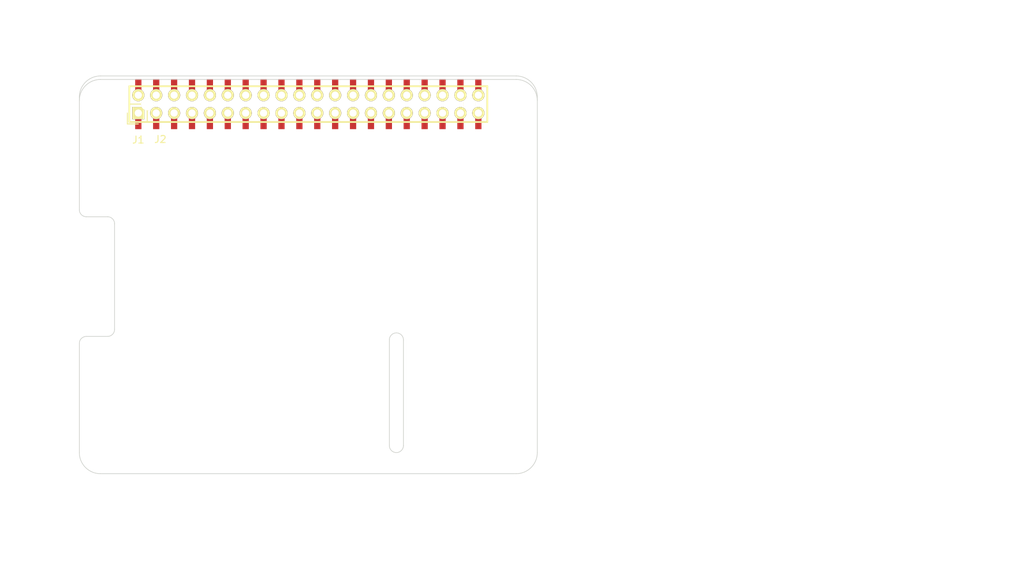
<source format=kicad_pcb>
(kicad_pcb (version 4) (host pcbnew "(2015-03-15 BZR 5517)-product")

  (general
    (links 0)
    (no_connects 0)
    (area -10.496428 -10.7 134.00357 69.25)
    (thickness 1.6)
    (drawings 40)
    (tracks 0)
    (zones 0)
    (modules 6)
    (nets 81)
  )

  (page A4)
  (layers
    (0 F.Cu signal)
    (31 B.Cu signal)
    (32 B.Adhes user)
    (33 F.Adhes user)
    (34 B.Paste user)
    (35 F.Paste user)
    (36 B.SilkS user)
    (37 F.SilkS user)
    (38 B.Mask user)
    (39 F.Mask user)
    (40 Dwgs.User user)
    (41 Cmts.User user)
    (42 Eco1.User user)
    (43 Eco2.User user)
    (44 Edge.Cuts user)
    (45 Margin user)
    (46 B.CrtYd user)
    (47 F.CrtYd user)
    (48 B.Fab user)
    (49 F.Fab user)
  )

  (setup
    (last_trace_width 0.25)
    (user_trace_width 0.01)
    (user_trace_width 0.02)
    (user_trace_width 0.05)
    (user_trace_width 0.1)
    (user_trace_width 0.2)
    (trace_clearance 0.2)
    (zone_clearance 0.508)
    (zone_45_only no)
    (trace_min 0.01)
    (segment_width 0.2)
    (edge_width 0.1)
    (via_size 0.6)
    (via_drill 0.4)
    (via_min_size 0.4)
    (via_min_drill 0.3)
    (uvia_size 0.3)
    (uvia_drill 0.1)
    (uvias_allowed no)
    (uvia_min_size 0.2)
    (uvia_min_drill 0.1)
    (pcb_text_width 0.3)
    (pcb_text_size 1.5 1.5)
    (mod_edge_width 0.15)
    (mod_text_size 1 1)
    (mod_text_width 0.15)
    (pad_size 2.75 2.75)
    (pad_drill 2.75)
    (pad_to_mask_clearance 0)
    (aux_axis_origin 0 0)
    (visible_elements 7FFEFFFF)
    (pcbplotparams
      (layerselection 0x00030_80000001)
      (usegerberextensions false)
      (excludeedgelayer true)
      (linewidth 0.100000)
      (plotframeref false)
      (viasonmask false)
      (mode 1)
      (useauxorigin false)
      (hpglpennumber 1)
      (hpglpenspeed 20)
      (hpglpendiameter 15)
      (hpglpenoverlay 2)
      (psnegative false)
      (psa4output false)
      (plotreference true)
      (plotvalue true)
      (plotinvisibletext false)
      (padsonsilk false)
      (subtractmaskfromsilk false)
      (outputformat 1)
      (mirror false)
      (drillshape 0)
      (scaleselection 1)
      (outputdirectory meta/))
  )

  (net 0 "")
  (net 1 "Net-(J1-Pad34)")
  (net 2 "Net-(J1-Pad36)")
  (net 3 "Net-(J1-Pad40)")
  (net 4 "Net-(J1-Pad38)")
  (net 5 "Net-(J1-Pad18)")
  (net 6 "Net-(J1-Pad20)")
  (net 7 "Net-(J1-Pad24)")
  (net 8 "Net-(J1-Pad22)")
  (net 9 "Net-(J1-Pad30)")
  (net 10 "Net-(J1-Pad32)")
  (net 11 "Net-(J1-Pad28)")
  (net 12 "Net-(J1-Pad26)")
  (net 13 "Net-(J1-Pad10)")
  (net 14 "Net-(J1-Pad12)")
  (net 15 "Net-(J1-Pad16)")
  (net 16 "Net-(J1-Pad14)")
  (net 17 "Net-(J1-Pad6)")
  (net 18 "Net-(J1-Pad8)")
  (net 19 "Net-(J1-Pad4)")
  (net 20 "Net-(J1-Pad2)")
  (net 21 "Net-(J1-Pad39)")
  (net 22 "Net-(J1-Pad37)")
  (net 23 "Net-(J1-Pad33)")
  (net 24 "Net-(J1-Pad35)")
  (net 25 "Net-(J1-Pad27)")
  (net 26 "Net-(J1-Pad25)")
  (net 27 "Net-(J1-Pad29)")
  (net 28 "Net-(J1-Pad31)")
  (net 29 "Net-(J1-Pad23)")
  (net 30 "Net-(J1-Pad21)")
  (net 31 "Net-(J1-Pad17)")
  (net 32 "Net-(J1-Pad19)")
  (net 33 "Net-(J1-Pad3)")
  (net 34 "Net-(J1-Pad1)")
  (net 35 "Net-(J1-Pad5)")
  (net 36 "Net-(J1-Pad7)")
  (net 37 "Net-(J1-Pad15)")
  (net 38 "Net-(J1-Pad13)")
  (net 39 "Net-(J1-Pad9)")
  (net 40 "Net-(J1-Pad11)")
  (net 41 "Net-(J2-Pad1)")
  (net 42 "Net-(J2-Pad2)")
  (net 43 "Net-(J2-Pad3)")
  (net 44 "Net-(J2-Pad4)")
  (net 45 "Net-(J2-Pad5)")
  (net 46 "Net-(J2-Pad6)")
  (net 47 "Net-(J2-Pad7)")
  (net 48 "Net-(J2-Pad8)")
  (net 49 "Net-(J2-Pad9)")
  (net 50 "Net-(J2-Pad10)")
  (net 51 "Net-(J2-Pad11)")
  (net 52 "Net-(J2-Pad12)")
  (net 53 "Net-(J2-Pad13)")
  (net 54 "Net-(J2-Pad14)")
  (net 55 "Net-(J2-Pad15)")
  (net 56 "Net-(J2-Pad16)")
  (net 57 "Net-(J2-Pad17)")
  (net 58 "Net-(J2-Pad18)")
  (net 59 "Net-(J2-Pad19)")
  (net 60 "Net-(J2-Pad20)")
  (net 61 "Net-(J2-Pad21)")
  (net 62 "Net-(J2-Pad22)")
  (net 63 "Net-(J2-Pad23)")
  (net 64 "Net-(J2-Pad24)")
  (net 65 "Net-(J2-Pad25)")
  (net 66 "Net-(J2-Pad26)")
  (net 67 "Net-(J2-Pad27)")
  (net 68 "Net-(J2-Pad28)")
  (net 69 "Net-(J2-Pad29)")
  (net 70 "Net-(J2-Pad30)")
  (net 71 "Net-(J2-Pad31)")
  (net 72 "Net-(J2-Pad32)")
  (net 73 "Net-(J2-Pad33)")
  (net 74 "Net-(J2-Pad34)")
  (net 75 "Net-(J2-Pad35)")
  (net 76 "Net-(J2-Pad36)")
  (net 77 "Net-(J2-Pad37)")
  (net 78 "Net-(J2-Pad38)")
  (net 79 "Net-(J2-Pad39)")
  (net 80 "Net-(J2-Pad40)")

  (net_class Default "This is the default net class."
    (clearance 0.2)
    (trace_width 0.25)
    (via_dia 0.6)
    (via_drill 0.4)
    (uvia_dia 0.3)
    (uvia_drill 0.1)
    (add_net "Net-(J1-Pad1)")
    (add_net "Net-(J1-Pad10)")
    (add_net "Net-(J1-Pad11)")
    (add_net "Net-(J1-Pad12)")
    (add_net "Net-(J1-Pad13)")
    (add_net "Net-(J1-Pad14)")
    (add_net "Net-(J1-Pad15)")
    (add_net "Net-(J1-Pad16)")
    (add_net "Net-(J1-Pad17)")
    (add_net "Net-(J1-Pad18)")
    (add_net "Net-(J1-Pad19)")
    (add_net "Net-(J1-Pad2)")
    (add_net "Net-(J1-Pad20)")
    (add_net "Net-(J1-Pad21)")
    (add_net "Net-(J1-Pad22)")
    (add_net "Net-(J1-Pad23)")
    (add_net "Net-(J1-Pad24)")
    (add_net "Net-(J1-Pad25)")
    (add_net "Net-(J1-Pad26)")
    (add_net "Net-(J1-Pad27)")
    (add_net "Net-(J1-Pad28)")
    (add_net "Net-(J1-Pad29)")
    (add_net "Net-(J1-Pad3)")
    (add_net "Net-(J1-Pad30)")
    (add_net "Net-(J1-Pad31)")
    (add_net "Net-(J1-Pad32)")
    (add_net "Net-(J1-Pad33)")
    (add_net "Net-(J1-Pad34)")
    (add_net "Net-(J1-Pad35)")
    (add_net "Net-(J1-Pad36)")
    (add_net "Net-(J1-Pad37)")
    (add_net "Net-(J1-Pad38)")
    (add_net "Net-(J1-Pad39)")
    (add_net "Net-(J1-Pad4)")
    (add_net "Net-(J1-Pad40)")
    (add_net "Net-(J1-Pad5)")
    (add_net "Net-(J1-Pad6)")
    (add_net "Net-(J1-Pad7)")
    (add_net "Net-(J1-Pad8)")
    (add_net "Net-(J1-Pad9)")
    (add_net "Net-(J2-Pad1)")
    (add_net "Net-(J2-Pad10)")
    (add_net "Net-(J2-Pad11)")
    (add_net "Net-(J2-Pad12)")
    (add_net "Net-(J2-Pad13)")
    (add_net "Net-(J2-Pad14)")
    (add_net "Net-(J2-Pad15)")
    (add_net "Net-(J2-Pad16)")
    (add_net "Net-(J2-Pad17)")
    (add_net "Net-(J2-Pad18)")
    (add_net "Net-(J2-Pad19)")
    (add_net "Net-(J2-Pad2)")
    (add_net "Net-(J2-Pad20)")
    (add_net "Net-(J2-Pad21)")
    (add_net "Net-(J2-Pad22)")
    (add_net "Net-(J2-Pad23)")
    (add_net "Net-(J2-Pad24)")
    (add_net "Net-(J2-Pad25)")
    (add_net "Net-(J2-Pad26)")
    (add_net "Net-(J2-Pad27)")
    (add_net "Net-(J2-Pad28)")
    (add_net "Net-(J2-Pad29)")
    (add_net "Net-(J2-Pad3)")
    (add_net "Net-(J2-Pad30)")
    (add_net "Net-(J2-Pad31)")
    (add_net "Net-(J2-Pad32)")
    (add_net "Net-(J2-Pad33)")
    (add_net "Net-(J2-Pad34)")
    (add_net "Net-(J2-Pad35)")
    (add_net "Net-(J2-Pad36)")
    (add_net "Net-(J2-Pad37)")
    (add_net "Net-(J2-Pad38)")
    (add_net "Net-(J2-Pad39)")
    (add_net "Net-(J2-Pad4)")
    (add_net "Net-(J2-Pad40)")
    (add_net "Net-(J2-Pad5)")
    (add_net "Net-(J2-Pad6)")
    (add_net "Net-(J2-Pad7)")
    (add_net "Net-(J2-Pad8)")
    (add_net "Net-(J2-Pad9)")
  )

  (module Pin_Headers:Pin_Header_Straight_2x20 locked (layer F.Cu) (tedit 5516B002) (tstamp 5516AEA0)
    (at 32.5 4 90)
    (descr "Through hole pin header")
    (tags "pin header")
    (path /5515D395/5516AE26)
    (fp_text reference J2 (at -5 -21 180) (layer F.SilkS)
      (effects (font (size 1 1) (thickness 0.15)))
    )
    (fp_text value RPi_GPIO (at -1.27 -27.23 90) (layer F.Fab)
      (effects (font (size 1 1) (thickness 0.15)))
    )
    (fp_line (start -3.02 -25.88) (end -3.02 25.92) (layer F.CrtYd) (width 0.05))
    (fp_line (start 3.03 -25.88) (end 3.03 25.92) (layer F.CrtYd) (width 0.05))
    (fp_line (start -3.02 -25.88) (end 3.03 -25.88) (layer F.CrtYd) (width 0.05))
    (fp_line (start -3.02 25.92) (end 3.03 25.92) (layer F.CrtYd) (width 0.05))
    (fp_line (start 2.54 25.4) (end 2.54 -25.4) (layer F.SilkS) (width 0.15))
    (fp_line (start -2.54 -22.86) (end -2.54 25.4) (layer F.SilkS) (width 0.15))
    (fp_line (start 2.54 25.4) (end -2.54 25.4) (layer F.SilkS) (width 0.15))
    (fp_line (start 2.54 -25.4) (end 0 -25.4) (layer F.SilkS) (width 0.15))
    (fp_line (start -1.27 -25.68) (end -2.82 -25.68) (layer F.SilkS) (width 0.15))
    (fp_line (start 0 -25.4) (end 0 -22.86) (layer F.SilkS) (width 0.15))
    (fp_line (start 0 -22.86) (end -2.54 -22.86) (layer F.SilkS) (width 0.15))
    (fp_line (start -2.82 -25.68) (end -2.82 -24.13) (layer F.SilkS) (width 0.15))
    (pad 1 thru_hole rect (at -1.27 -24.13 90) (size 1.7272 1.7272) (drill 1.016) (layers *.Cu *.Mask F.SilkS)
      (net 41 "Net-(J2-Pad1)"))
    (pad 2 thru_hole oval (at 1.27 -24.13 90) (size 1.7272 1.7272) (drill 1.016) (layers *.Cu *.Mask F.SilkS)
      (net 42 "Net-(J2-Pad2)"))
    (pad 3 thru_hole oval (at -1.27 -21.59 90) (size 1.7272 1.7272) (drill 1.016) (layers *.Cu *.Mask F.SilkS)
      (net 43 "Net-(J2-Pad3)"))
    (pad 4 thru_hole oval (at 1.27 -21.59 90) (size 1.7272 1.7272) (drill 1.016) (layers *.Cu *.Mask F.SilkS)
      (net 44 "Net-(J2-Pad4)"))
    (pad 5 thru_hole oval (at -1.27 -19.05 90) (size 1.7272 1.7272) (drill 1.016) (layers *.Cu *.Mask F.SilkS)
      (net 45 "Net-(J2-Pad5)"))
    (pad 6 thru_hole oval (at 1.27 -19.05 90) (size 1.7272 1.7272) (drill 1.016) (layers *.Cu *.Mask F.SilkS)
      (net 46 "Net-(J2-Pad6)"))
    (pad 7 thru_hole oval (at -1.27 -16.51 90) (size 1.7272 1.7272) (drill 1.016) (layers *.Cu *.Mask F.SilkS)
      (net 47 "Net-(J2-Pad7)"))
    (pad 8 thru_hole oval (at 1.27 -16.51 90) (size 1.7272 1.7272) (drill 1.016) (layers *.Cu *.Mask F.SilkS)
      (net 48 "Net-(J2-Pad8)"))
    (pad 9 thru_hole oval (at -1.27 -13.97 90) (size 1.7272 1.7272) (drill 1.016) (layers *.Cu *.Mask F.SilkS)
      (net 49 "Net-(J2-Pad9)"))
    (pad 10 thru_hole oval (at 1.27 -13.97 90) (size 1.7272 1.7272) (drill 1.016) (layers *.Cu *.Mask F.SilkS)
      (net 50 "Net-(J2-Pad10)"))
    (pad 11 thru_hole oval (at -1.27 -11.43 90) (size 1.7272 1.7272) (drill 1.016) (layers *.Cu *.Mask F.SilkS)
      (net 51 "Net-(J2-Pad11)"))
    (pad 12 thru_hole oval (at 1.27 -11.43 90) (size 1.7272 1.7272) (drill 1.016) (layers *.Cu *.Mask F.SilkS)
      (net 52 "Net-(J2-Pad12)"))
    (pad 13 thru_hole oval (at -1.27 -8.89 90) (size 1.7272 1.7272) (drill 1.016) (layers *.Cu *.Mask F.SilkS)
      (net 53 "Net-(J2-Pad13)"))
    (pad 14 thru_hole oval (at 1.27 -8.89 90) (size 1.7272 1.7272) (drill 1.016) (layers *.Cu *.Mask F.SilkS)
      (net 54 "Net-(J2-Pad14)"))
    (pad 15 thru_hole oval (at -1.27 -6.35 90) (size 1.7272 1.7272) (drill 1.016) (layers *.Cu *.Mask F.SilkS)
      (net 55 "Net-(J2-Pad15)"))
    (pad 16 thru_hole oval (at 1.27 -6.35 90) (size 1.7272 1.7272) (drill 1.016) (layers *.Cu *.Mask F.SilkS)
      (net 56 "Net-(J2-Pad16)"))
    (pad 17 thru_hole oval (at -1.27 -3.81 90) (size 1.7272 1.7272) (drill 1.016) (layers *.Cu *.Mask F.SilkS)
      (net 57 "Net-(J2-Pad17)"))
    (pad 18 thru_hole oval (at 1.27 -3.81 90) (size 1.7272 1.7272) (drill 1.016) (layers *.Cu *.Mask F.SilkS)
      (net 58 "Net-(J2-Pad18)"))
    (pad 19 thru_hole oval (at -1.27 -1.27 90) (size 1.7272 1.7272) (drill 1.016) (layers *.Cu *.Mask F.SilkS)
      (net 59 "Net-(J2-Pad19)"))
    (pad 20 thru_hole oval (at 1.27 -1.27 90) (size 1.7272 1.7272) (drill 1.016) (layers *.Cu *.Mask F.SilkS)
      (net 60 "Net-(J2-Pad20)"))
    (pad 21 thru_hole oval (at -1.27 1.27 90) (size 1.7272 1.7272) (drill 1.016) (layers *.Cu *.Mask F.SilkS)
      (net 61 "Net-(J2-Pad21)"))
    (pad 22 thru_hole oval (at 1.27 1.27 90) (size 1.7272 1.7272) (drill 1.016) (layers *.Cu *.Mask F.SilkS)
      (net 62 "Net-(J2-Pad22)"))
    (pad 23 thru_hole oval (at -1.27 3.81 90) (size 1.7272 1.7272) (drill 1.016) (layers *.Cu *.Mask F.SilkS)
      (net 63 "Net-(J2-Pad23)"))
    (pad 24 thru_hole oval (at 1.27 3.81 90) (size 1.7272 1.7272) (drill 1.016) (layers *.Cu *.Mask F.SilkS)
      (net 64 "Net-(J2-Pad24)"))
    (pad 25 thru_hole oval (at -1.27 6.35 90) (size 1.7272 1.7272) (drill 1.016) (layers *.Cu *.Mask F.SilkS)
      (net 65 "Net-(J2-Pad25)"))
    (pad 26 thru_hole oval (at 1.27 6.35 90) (size 1.7272 1.7272) (drill 1.016) (layers *.Cu *.Mask F.SilkS)
      (net 66 "Net-(J2-Pad26)"))
    (pad 27 thru_hole oval (at -1.27 8.89 90) (size 1.7272 1.7272) (drill 1.016) (layers *.Cu *.Mask F.SilkS)
      (net 67 "Net-(J2-Pad27)"))
    (pad 28 thru_hole oval (at 1.27 8.89 90) (size 1.7272 1.7272) (drill 1.016) (layers *.Cu *.Mask F.SilkS)
      (net 68 "Net-(J2-Pad28)"))
    (pad 29 thru_hole oval (at -1.27 11.43 90) (size 1.7272 1.7272) (drill 1.016) (layers *.Cu *.Mask F.SilkS)
      (net 69 "Net-(J2-Pad29)"))
    (pad 30 thru_hole oval (at 1.27 11.43 90) (size 1.7272 1.7272) (drill 1.016) (layers *.Cu *.Mask F.SilkS)
      (net 70 "Net-(J2-Pad30)"))
    (pad 31 thru_hole oval (at -1.27 13.97 90) (size 1.7272 1.7272) (drill 1.016) (layers *.Cu *.Mask F.SilkS)
      (net 71 "Net-(J2-Pad31)"))
    (pad 32 thru_hole oval (at 1.27 13.97 90) (size 1.7272 1.7272) (drill 1.016) (layers *.Cu *.Mask F.SilkS)
      (net 72 "Net-(J2-Pad32)"))
    (pad 33 thru_hole oval (at -1.27 16.51 90) (size 1.7272 1.7272) (drill 1.016) (layers *.Cu *.Mask F.SilkS)
      (net 73 "Net-(J2-Pad33)"))
    (pad 34 thru_hole oval (at 1.27 16.51 90) (size 1.7272 1.7272) (drill 1.016) (layers *.Cu *.Mask F.SilkS)
      (net 74 "Net-(J2-Pad34)"))
    (pad 35 thru_hole oval (at -1.27 19.05 90) (size 1.7272 1.7272) (drill 1.016) (layers *.Cu *.Mask F.SilkS)
      (net 75 "Net-(J2-Pad35)"))
    (pad 36 thru_hole oval (at 1.27 19.05 90) (size 1.7272 1.7272) (drill 1.016) (layers *.Cu *.Mask F.SilkS)
      (net 76 "Net-(J2-Pad36)"))
    (pad 37 thru_hole oval (at -1.27 21.59 90) (size 1.7272 1.7272) (drill 1.016) (layers *.Cu *.Mask F.SilkS)
      (net 77 "Net-(J2-Pad37)"))
    (pad 38 thru_hole oval (at 1.27 21.59 90) (size 1.7272 1.7272) (drill 1.016) (layers *.Cu *.Mask F.SilkS)
      (net 78 "Net-(J2-Pad38)"))
    (pad 39 thru_hole oval (at -1.27 24.13 90) (size 1.7272 1.7272) (drill 1.016) (layers *.Cu *.Mask F.SilkS)
      (net 79 "Net-(J2-Pad39)"))
    (pad 40 thru_hole oval (at 1.27 24.13 90) (size 1.7272 1.7272) (drill 1.016) (layers *.Cu *.Mask F.SilkS)
      (net 80 "Net-(J2-Pad40)"))
    (model Pin_Headers.3dshapes/Pin_Header_Straight_2x20.wrl
      (at (xyz 0.05 -0.95 0))
      (scale (xyz 1 1 1))
      (rotate (xyz 0 0 90))
    )
  )

  (module XESS:Samtec_HLE-120-02-XXX-DV-BE-XX-XX locked (layer F.Cu) (tedit 5515B62B) (tstamp 55174A29)
    (at 32.5 4)
    (path /5515D395/5515D39E)
    (fp_text reference J1 (at -24.13 5.08) (layer F.SilkS)
      (effects (font (size 1 1) (thickness 0.15)))
    )
    (fp_text value RPi_GPIO (at 0 -5.08) (layer F.Fab)
      (effects (font (size 1 1) (thickness 0.15)))
    )
    (fp_line (start 25.4 -2.54) (end 25.4 2.54) (layer F.SilkS) (width 0.254))
    (fp_line (start 25.4 2.54) (end -25.4 2.54) (layer F.SilkS) (width 0.254))
    (fp_line (start -25.4 2.54) (end -25.4 -2.54) (layer F.SilkS) (width 0.254))
    (fp_line (start -25.4 -2.54) (end 25.4 -2.54) (layer F.SilkS) (width 0.254))
    (pad 34 smd rect (at 16.51 -2.7178 180) (size 0.889 1.6764) (layers F.Cu F.Paste F.Mask)
      (net 1 "Net-(J1-Pad34)"))
    (pad 36 smd rect (at 19.05 -2.7178 180) (size 0.889 1.6764) (layers F.Cu F.Paste F.Mask)
      (net 2 "Net-(J1-Pad36)"))
    (pad 40 smd rect (at 24.13 -2.7178 180) (size 0.889 1.6764) (layers F.Cu F.Paste F.Mask)
      (net 3 "Net-(J1-Pad40)"))
    (pad 38 smd rect (at 21.59 -2.7178 180) (size 0.889 1.6764) (layers F.Cu F.Paste F.Mask)
      (net 4 "Net-(J1-Pad38)"))
    (pad 18 smd rect (at -3.81 -2.7178 180) (size 0.889 1.6764) (layers F.Cu F.Paste F.Mask)
      (net 5 "Net-(J1-Pad18)"))
    (pad 20 smd rect (at -1.27 -2.7178 180) (size 0.889 1.6764) (layers F.Cu F.Paste F.Mask)
      (net 6 "Net-(J1-Pad20)"))
    (pad 24 smd rect (at 3.81 -2.7178 180) (size 0.889 1.6764) (layers F.Cu F.Paste F.Mask)
      (net 7 "Net-(J1-Pad24)"))
    (pad 22 smd rect (at 1.27 -2.7178 180) (size 0.889 1.6764) (layers F.Cu F.Paste F.Mask)
      (net 8 "Net-(J1-Pad22)"))
    (pad 30 smd rect (at 11.43 -2.7178 180) (size 0.889 1.6764) (layers F.Cu F.Paste F.Mask)
      (net 9 "Net-(J1-Pad30)"))
    (pad 32 smd rect (at 13.97 -2.7178 180) (size 0.889 1.6764) (layers F.Cu F.Paste F.Mask)
      (net 10 "Net-(J1-Pad32)"))
    (pad 28 smd rect (at 8.89 -2.7178 180) (size 0.889 1.6764) (layers F.Cu F.Paste F.Mask)
      (net 11 "Net-(J1-Pad28)"))
    (pad 26 smd rect (at 6.35 -2.7178 180) (size 0.889 1.6764) (layers F.Cu F.Paste F.Mask)
      (net 12 "Net-(J1-Pad26)"))
    (pad 10 smd rect (at -13.97 -2.7178 180) (size 0.889 1.6764) (layers F.Cu F.Paste F.Mask)
      (net 13 "Net-(J1-Pad10)"))
    (pad 12 smd rect (at -11.43 -2.7178 180) (size 0.889 1.6764) (layers F.Cu F.Paste F.Mask)
      (net 14 "Net-(J1-Pad12)"))
    (pad 16 smd rect (at -6.35 -2.7178 180) (size 0.889 1.6764) (layers F.Cu F.Paste F.Mask)
      (net 15 "Net-(J1-Pad16)"))
    (pad 14 smd rect (at -8.89 -2.7178 180) (size 0.889 1.6764) (layers F.Cu F.Paste F.Mask)
      (net 16 "Net-(J1-Pad14)"))
    (pad 6 smd rect (at -19.05 -2.7178 180) (size 0.889 1.6764) (layers F.Cu F.Paste F.Mask)
      (net 17 "Net-(J1-Pad6)"))
    (pad 8 smd rect (at -16.51 -2.7178 180) (size 0.889 1.6764) (layers F.Cu F.Paste F.Mask)
      (net 18 "Net-(J1-Pad8)"))
    (pad 4 smd rect (at -21.59 -2.7178 180) (size 0.889 1.6764) (layers F.Cu F.Paste F.Mask)
      (net 19 "Net-(J1-Pad4)"))
    (pad 2 smd rect (at -24.13 -2.7178 180) (size 0.889 1.6764) (layers F.Cu F.Paste F.Mask)
      (net 20 "Net-(J1-Pad2)"))
    (pad 39 smd rect (at 24.13 2.7178 180) (size 0.889 1.6764) (layers F.Cu F.Paste F.Mask)
      (net 21 "Net-(J1-Pad39)"))
    (pad 37 smd rect (at 21.59 2.7178 180) (size 0.889 1.6764) (layers F.Cu F.Paste F.Mask)
      (net 22 "Net-(J1-Pad37)"))
    (pad 33 smd rect (at 16.51 2.7178 180) (size 0.889 1.6764) (layers F.Cu F.Paste F.Mask)
      (net 23 "Net-(J1-Pad33)"))
    (pad 35 smd rect (at 19.05 2.7178 180) (size 0.889 1.6764) (layers F.Cu F.Paste F.Mask)
      (net 24 "Net-(J1-Pad35)"))
    (pad 27 smd rect (at 8.89 2.7178 180) (size 0.889 1.6764) (layers F.Cu F.Paste F.Mask)
      (net 25 "Net-(J1-Pad27)"))
    (pad 25 smd rect (at 6.35 2.7178 180) (size 0.889 1.6764) (layers F.Cu F.Paste F.Mask)
      (net 26 "Net-(J1-Pad25)"))
    (pad 29 smd rect (at 11.43 2.7178 180) (size 0.889 1.6764) (layers F.Cu F.Paste F.Mask)
      (net 27 "Net-(J1-Pad29)"))
    (pad 31 smd rect (at 13.97 2.7178 180) (size 0.889 1.6764) (layers F.Cu F.Paste F.Mask)
      (net 28 "Net-(J1-Pad31)"))
    (pad 23 smd rect (at 3.81 2.7178 180) (size 0.889 1.6764) (layers F.Cu F.Paste F.Mask)
      (net 29 "Net-(J1-Pad23)"))
    (pad 21 smd rect (at 1.27 2.7178 180) (size 0.889 1.6764) (layers F.Cu F.Paste F.Mask)
      (net 30 "Net-(J1-Pad21)"))
    (pad 17 smd rect (at -3.81 2.7178 180) (size 0.889 1.6764) (layers F.Cu F.Paste F.Mask)
      (net 31 "Net-(J1-Pad17)"))
    (pad 19 smd rect (at -1.27 2.7178 180) (size 0.889 1.6764) (layers F.Cu F.Paste F.Mask)
      (net 32 "Net-(J1-Pad19)"))
    (pad 3 smd rect (at -21.59 2.7178 180) (size 0.889 1.6764) (layers F.Cu F.Paste F.Mask)
      (net 33 "Net-(J1-Pad3)"))
    (pad 1 smd rect (at -24.13 2.7178 180) (size 0.889 1.6764) (layers F.Cu F.Paste F.Mask)
      (net 34 "Net-(J1-Pad1)"))
    (pad 5 smd rect (at -19.05 2.7178 180) (size 0.889 1.6764) (layers F.Cu F.Paste F.Mask)
      (net 35 "Net-(J1-Pad5)"))
    (pad 7 smd rect (at -16.51 2.7178 180) (size 0.889 1.6764) (layers F.Cu F.Paste F.Mask)
      (net 36 "Net-(J1-Pad7)"))
    (pad 15 smd rect (at -6.35 2.7178 180) (size 0.889 1.6764) (layers F.Cu F.Paste F.Mask)
      (net 37 "Net-(J1-Pad15)"))
    (pad 13 smd rect (at -8.89 2.7178 180) (size 0.889 1.6764) (layers F.Cu F.Paste F.Mask)
      (net 38 "Net-(J1-Pad13)"))
    (pad "" np_thru_hole circle (at 3.81 1.27) (size 0.9652 0.9652) (drill 0.9652) (layers *.Cu *.Mask F.SilkS))
    (pad "" np_thru_hole circle (at 1.27 1.27) (size 0.9652 0.9652) (drill 0.9652) (layers *.Cu *.Mask F.SilkS))
    (pad "" np_thru_hole circle (at 6.35 1.27) (size 0.9652 0.9652) (drill 0.9652) (layers *.Cu *.Mask F.SilkS))
    (pad "" np_thru_hole circle (at 8.89 1.27) (size 0.9652 0.9652) (drill 0.9652) (layers *.Cu *.Mask F.SilkS))
    (pad "" np_thru_hole circle (at 19.05 1.27) (size 0.9652 0.9652) (drill 0.9652) (layers *.Cu *.Mask F.SilkS))
    (pad "" np_thru_hole circle (at 16.51 1.27) (size 0.9652 0.9652) (drill 0.9652) (layers *.Cu *.Mask F.SilkS))
    (pad "" np_thru_hole circle (at 11.43 1.27) (size 0.9652 0.9652) (drill 0.9652) (layers *.Cu *.Mask F.SilkS))
    (pad "" np_thru_hole circle (at 13.97 1.27) (size 0.9652 0.9652) (drill 0.9652) (layers *.Cu *.Mask F.SilkS))
    (pad "" np_thru_hole circle (at 21.59 1.27) (size 0.9652 0.9652) (drill 0.9652) (layers *.Cu *.Mask F.SilkS))
    (pad "" np_thru_hole circle (at 24.13 1.27) (size 0.9652 0.9652) (drill 0.9652) (layers *.Cu *.Mask F.SilkS))
    (pad "" np_thru_hole circle (at -1.27 1.27) (size 0.9652 0.9652) (drill 0.9652) (layers *.Cu *.Mask F.SilkS))
    (pad "" np_thru_hole circle (at -3.81 1.27) (size 0.9652 0.9652) (drill 0.9652) (layers *.Cu *.Mask F.SilkS))
    (pad "" np_thru_hole circle (at -11.43 1.27) (size 0.9652 0.9652) (drill 0.9652) (layers *.Cu *.Mask F.SilkS))
    (pad "" np_thru_hole circle (at -13.97 1.27) (size 0.9652 0.9652) (drill 0.9652) (layers *.Cu *.Mask F.SilkS))
    (pad "" np_thru_hole circle (at -8.89 1.27) (size 0.9652 0.9652) (drill 0.9652) (layers *.Cu *.Mask F.SilkS))
    (pad "" np_thru_hole circle (at -6.35 1.27) (size 0.9652 0.9652) (drill 0.9652) (layers *.Cu *.Mask F.SilkS))
    (pad "" np_thru_hole circle (at -16.51 1.27) (size 0.9652 0.9652) (drill 0.9652) (layers *.Cu *.Mask F.SilkS))
    (pad "" np_thru_hole circle (at -19.05 1.27) (size 0.9652 0.9652) (drill 0.9652) (layers *.Cu *.Mask F.SilkS))
    (pad "" np_thru_hole circle (at -24.13 1.27) (size 0.9652 0.9652) (drill 0.9652) (layers *.Cu *.Mask F.SilkS))
    (pad "" np_thru_hole circle (at -21.59 1.27) (size 0.9652 0.9652) (drill 0.9652) (layers *.Cu *.Mask F.SilkS))
    (pad "" np_thru_hole circle (at -21.59 -1.27) (size 0.9652 0.9652) (drill 0.9652) (layers *.Cu *.Mask F.SilkS))
    (pad "" np_thru_hole circle (at -24.13 -1.27) (size 0.9652 0.9652) (drill 0.9652) (layers *.Cu *.Mask F.SilkS))
    (pad "" np_thru_hole circle (at -19.05 -1.27) (size 0.9652 0.9652) (drill 0.9652) (layers *.Cu *.Mask F.SilkS))
    (pad "" np_thru_hole circle (at -16.51 -1.27) (size 0.9652 0.9652) (drill 0.9652) (layers *.Cu *.Mask F.SilkS))
    (pad "" np_thru_hole circle (at -6.35 -1.27) (size 0.9652 0.9652) (drill 0.9652) (layers *.Cu *.Mask F.SilkS))
    (pad "" np_thru_hole circle (at -8.89 -1.27) (size 0.9652 0.9652) (drill 0.9652) (layers *.Cu *.Mask F.SilkS))
    (pad "" np_thru_hole circle (at -13.97 -1.27) (size 0.9652 0.9652) (drill 0.9652) (layers *.Cu *.Mask F.SilkS))
    (pad "" np_thru_hole circle (at -11.43 -1.27) (size 0.9652 0.9652) (drill 0.9652) (layers *.Cu *.Mask F.SilkS))
    (pad "" np_thru_hole circle (at -3.81 -1.27) (size 0.9652 0.9652) (drill 0.9652) (layers *.Cu *.Mask F.SilkS))
    (pad "" np_thru_hole circle (at -1.27 -1.27) (size 0.9652 0.9652) (drill 0.9652) (layers *.Cu *.Mask F.SilkS))
    (pad "" np_thru_hole circle (at 24.13 -1.27) (size 0.9652 0.9652) (drill 0.9652) (layers *.Cu *.Mask F.SilkS))
    (pad "" np_thru_hole circle (at 21.59 -1.27) (size 0.9652 0.9652) (drill 0.9652) (layers *.Cu *.Mask F.SilkS))
    (pad "" np_thru_hole circle (at 13.97 -1.27) (size 0.9652 0.9652) (drill 0.9652) (layers *.Cu *.Mask F.SilkS))
    (pad "" np_thru_hole circle (at 11.43 -1.27) (size 0.9652 0.9652) (drill 0.9652) (layers *.Cu *.Mask F.SilkS))
    (pad "" np_thru_hole circle (at 16.51 -1.27) (size 0.9652 0.9652) (drill 0.9652) (layers *.Cu *.Mask F.SilkS))
    (pad "" np_thru_hole circle (at 19.05 -1.27) (size 0.9652 0.9652) (drill 0.9652) (layers *.Cu *.Mask F.SilkS))
    (pad "" np_thru_hole circle (at 8.89 -1.27) (size 0.9652 0.9652) (drill 0.9652) (layers *.Cu *.Mask F.SilkS))
    (pad "" np_thru_hole circle (at 6.35 -1.27) (size 0.9652 0.9652) (drill 0.9652) (layers *.Cu *.Mask F.SilkS))
    (pad "" np_thru_hole circle (at 1.27 -1.27) (size 0.9652 0.9652) (drill 0.9652) (layers *.Cu *.Mask F.SilkS))
    (pad "" np_thru_hole circle (at 3.81 -1.27) (size 0.9652 0.9652) (drill 0.9652) (layers *.Cu *.Mask F.SilkS))
    (pad 9 smd rect (at -13.97 2.7178 180) (size 0.889 1.6764) (layers F.Cu F.Paste F.Mask)
      (net 39 "Net-(J1-Pad9)"))
    (pad 11 smd rect (at -11.43 2.7178 180) (size 0.889 1.6764) (layers F.Cu F.Paste F.Mask)
      (net 40 "Net-(J1-Pad11)"))
    (pad "" np_thru_hole circle (at -22.86 0) (size 1.778 1.778) (drill 1.778) (layers *.Cu *.Mask F.SilkS))
    (pad "" np_thru_hole circle (at 22.86 0) (size 1.778 1.778) (drill 1.778) (layers *.Cu *.Mask F.SilkS))
  )

  (module XESS:RPi_Hat_Mounting_Hole locked (layer F.Cu) (tedit 55175EFC) (tstamp 5515DEBF)
    (at 3.5 4)
    (descr "Mounting hole, Befestigungsbohrung, 2,7mm, No Annular, Kein Restring,")
    (tags "Mounting hole, Befestigungsbohrung, 2,7mm, No Annular, Kein Restring,")
    (fp_text reference REF** (at 0 -4.0005) (layer F.SilkS) hide
      (effects (font (size 1 1) (thickness 0.15)))
    )
    (fp_text value RPi_Hat_Mounting_Hole (at 0.09906 3.59918) (layer F.Fab)
      (effects (font (size 1 1) (thickness 0.15)))
    )
    (fp_circle (center 0 0) (end 1.375 0) (layer F.Fab) (width 0.15))
    (fp_circle (center 0 0) (end 3.1 0) (layer F.Fab) (width 0.15))
    (fp_circle (center 0 0) (end 3.1 0) (layer B.Fab) (width 0.15))
    (fp_circle (center 0 0) (end 1.375 0) (layer B.Fab) (width 0.15))
    (pad "" np_thru_hole circle (at 0 0) (size 2.75 2.75) (drill 2.75) (layers *.Cu *.Mask)
      (solder_mask_margin 1.725))
  )

  (module XESS:RPi_Hat_Mounting_Hole locked (layer F.Cu) (tedit 55175EFC) (tstamp 5515DECC)
    (at 3.5 53)
    (descr "Mounting hole, Befestigungsbohrung, 2,7mm, No Annular, Kein Restring,")
    (tags "Mounting hole, Befestigungsbohrung, 2,7mm, No Annular, Kein Restring,")
    (fp_text reference REF** (at 0 -4.0005) (layer F.SilkS) hide
      (effects (font (size 1 1) (thickness 0.15)))
    )
    (fp_text value RPi_Hat_Mounting_Hole (at 0.09906 3.59918) (layer F.Fab)
      (effects (font (size 1 1) (thickness 0.15)))
    )
    (fp_circle (center 0 0) (end 1.375 0) (layer F.Fab) (width 0.15))
    (fp_circle (center 0 0) (end 3.1 0) (layer F.Fab) (width 0.15))
    (fp_circle (center 0 0) (end 3.1 0) (layer B.Fab) (width 0.15))
    (fp_circle (center 0 0) (end 1.375 0) (layer B.Fab) (width 0.15))
    (pad "" np_thru_hole circle (at 0 0) (size 2.75 2.75) (drill 2.75) (layers *.Cu *.Mask)
      (solder_mask_margin 1.725))
  )

  (module XESS:RPi_Hat_Mounting_Hole locked (layer F.Cu) (tedit 55175EFC) (tstamp 55169DC9)
    (at 61.5 53)
    (descr "Mounting hole, Befestigungsbohrung, 2,7mm, No Annular, Kein Restring,")
    (tags "Mounting hole, Befestigungsbohrung, 2,7mm, No Annular, Kein Restring,")
    (fp_text reference REF** (at 0 -4.0005) (layer F.SilkS) hide
      (effects (font (size 1 1) (thickness 0.15)))
    )
    (fp_text value RPi_Hat_Mounting_Hole (at 0.09906 3.59918) (layer F.Fab)
      (effects (font (size 1 1) (thickness 0.15)))
    )
    (fp_circle (center 0 0) (end 1.375 0) (layer F.Fab) (width 0.15))
    (fp_circle (center 0 0) (end 3.1 0) (layer F.Fab) (width 0.15))
    (fp_circle (center 0 0) (end 3.1 0) (layer B.Fab) (width 0.15))
    (fp_circle (center 0 0) (end 1.375 0) (layer B.Fab) (width 0.15))
    (pad "" np_thru_hole circle (at 0 0) (size 2.75 2.75) (drill 2.75) (layers *.Cu *.Mask)
      (solder_mask_margin 1.725))
  )

  (module XESS:RPi_Hat_Mounting_Hole locked (layer F.Cu) (tedit 55175EFC) (tstamp 5515DEA9)
    (at 61.5 4)
    (descr "Mounting hole, Befestigungsbohrung, 2,7mm, No Annular, Kein Restring,")
    (tags "Mounting hole, Befestigungsbohrung, 2,7mm, No Annular, Kein Restring,")
    (fp_text reference REF** (at 0 -4.0005) (layer F.SilkS) hide
      (effects (font (size 1 1) (thickness 0.15)))
    )
    (fp_text value RPi_Hat_Mounting_Hole (at 0.09906 3.59918) (layer F.Fab)
      (effects (font (size 1 1) (thickness 0.15)))
    )
    (fp_circle (center 0 0) (end 1.375 0) (layer F.Fab) (width 0.15))
    (fp_circle (center 0 0) (end 3.1 0) (layer F.Fab) (width 0.15))
    (fp_circle (center 0 0) (end 3.1 0) (layer B.Fab) (width 0.15))
    (fp_circle (center 0 0) (end 1.375 0) (layer B.Fab) (width 0.15))
    (pad "" np_thru_hole circle (at 0 0) (size 2.75 2.75) (drill 2.75) (layers *.Cu *.Mask)
      (solder_mask_margin 1.725))
  )

  (gr_text "Select one of these board edges depending \nupon the type of socket that is used." (at 82.5 0.5) (layer Cmts.User)
    (effects (font (size 1.5 1.5) (thickness 0.15)) (justify left))
  )
  (gr_text "Dimensions taken from\nhttps://github.com/raspberrypi/hats/blob/master/hat-board-mechanical.pdf" (at 36.5 67) (layer Cmts.User)
    (effects (font (size 1.5 1.5) (thickness 0.15) italic))
  )
  (dimension 56 (width 0.15) (layer Dwgs.User)
    (gr_text "56 mm (Thru-hole socket J2)" (at 75.35 28.5 270) (layer Dwgs.User)
      (effects (font (size 1.5 1.5) (thickness 0.15)))
    )
    (feature1 (pts (xy 66 56.5) (xy 76.7 56.5)))
    (feature2 (pts (xy 66 0.5) (xy 76.7 0.5)))
    (crossbar (pts (xy 74 0.5) (xy 74 56.5)))
    (arrow1a (pts (xy 74 56.5) (xy 73.413579 55.373496)))
    (arrow1b (pts (xy 74 56.5) (xy 74.586421 55.373496)))
    (arrow2a (pts (xy 74 0.5) (xy 73.413579 1.626504)))
    (arrow2b (pts (xy 74 0.5) (xy 74.586421 1.626504)))
  )
  (gr_arc (start 62 3.5) (end 62 0.5) (angle 90) (layer Edge.Cuts) (width 0.1) (tstamp 5516A74C))
  (gr_line (start 3 0.5) (end 62 0.5) (angle 90) (layer Edge.Cuts) (width 0.1) (tstamp 5516A726))
  (gr_arc (start 3 3.5) (end 0 3.5) (angle 90) (layer Edge.Cuts) (width 0.1) (tstamp 5516A6F0))
  (dimension 11.5 (width 0.15) (layer Dwgs.User)
    (gr_text "11.5 mm" (at 39.150001 50.75 270) (layer Dwgs.User)
      (effects (font (size 1.5 1.5) (thickness 0.15)))
    )
    (feature1 (pts (xy 43 56.5) (xy 37.800001 56.5)))
    (feature2 (pts (xy 43 45) (xy 37.800001 45)))
    (crossbar (pts (xy 40.500001 45) (xy 40.500001 56.5)))
    (arrow1a (pts (xy 40.500001 56.5) (xy 39.91358 55.373496)))
    (arrow1b (pts (xy 40.500001 56.5) (xy 41.086422 55.373496)))
    (arrow2a (pts (xy 40.500001 45) (xy 39.91358 46.126504)))
    (arrow2b (pts (xy 40.500001 45) (xy 41.086422 46.126504)))
  )
  (dimension 2 (width 0.15) (layer Dwgs.User) (tstamp 5516A8F7)
    (gr_text "2 mm" (at 49.75 33) (layer Dwgs.User) (tstamp 5516A8F8)
      (effects (font (size 1.5 1.5) (thickness 0.15)))
    )
    (feature1 (pts (xy 46 35.5) (xy 46 30.300001)))
    (feature2 (pts (xy 44 35.5) (xy 44 30.300001)))
    (crossbar (pts (xy 44 33.000001) (xy 46 33.000001)))
    (arrow1a (pts (xy 46 33.000001) (xy 44.873496 33.586422)))
    (arrow1b (pts (xy 46 33.000001) (xy 44.873496 32.41358)))
    (arrow2a (pts (xy 44 33.000001) (xy 45.126504 33.586422)))
    (arrow2b (pts (xy 44 33.000001) (xy 45.126504 32.41358)))
  )
  (dimension 17 (width 0.15) (layer Dwgs.User)
    (gr_text "17 mm" (at 51.35 45 270) (layer Dwgs.User)
      (effects (font (size 1.5 1.5) (thickness 0.15)))
    )
    (feature1 (pts (xy 47 53.5) (xy 52.7 53.5)))
    (feature2 (pts (xy 47 36.5) (xy 52.7 36.5)))
    (crossbar (pts (xy 50 36.5) (xy 50 53.5)))
    (arrow1a (pts (xy 50 53.5) (xy 49.413579 52.373496)))
    (arrow1b (pts (xy 50 53.5) (xy 50.586421 52.373496)))
    (arrow2a (pts (xy 50 36.5) (xy 49.413579 37.626504)))
    (arrow2b (pts (xy 50 36.5) (xy 50.586421 37.626504)))
  )
  (dimension 3.5 (width 0.15) (layer Dwgs.User)
    (gr_text "3.5 mm" (at 8.5 60) (layer Dwgs.User)
      (effects (font (size 1.5 1.5) (thickness 0.15)))
    )
    (feature1 (pts (xy 3.5 57.5) (xy 3.5 62.7)))
    (feature2 (pts (xy 0 57.5) (xy 0 62.7)))
    (crossbar (pts (xy 0 60) (xy 3.5 60)))
    (arrow1a (pts (xy 3.5 60) (xy 2.373496 60.586421)))
    (arrow1b (pts (xy 3.5 60) (xy 2.373496 59.413579)))
    (arrow2a (pts (xy 0 60) (xy 1.126504 60.586421)))
    (arrow2b (pts (xy 0 60) (xy 1.126504 59.413579)))
  )
  (dimension 3.5 (width 0.15) (layer Dwgs.User) (tstamp 55169E80)
    (gr_text "3.5 mm" (at 10.25 48.25 270) (layer Dwgs.User) (tstamp 55169E81)
      (effects (font (size 1.5 1.5) (thickness 0.15)))
    )
    (feature1 (pts (xy 7 56.5) (xy 12.7 56.5)))
    (feature2 (pts (xy 7 53) (xy 12.7 53)))
    (crossbar (pts (xy 10 53) (xy 10 56.5)))
    (arrow1a (pts (xy 10 56.5) (xy 9.413579 55.373496)))
    (arrow1b (pts (xy 10 56.5) (xy 10.586421 55.373496)))
    (arrow2a (pts (xy 10 53) (xy 9.413579 54.126504)))
    (arrow2b (pts (xy 10 53) (xy 10.586421 54.126504)))
  )
  (dimension 49 (width 0.15) (layer Dwgs.User)
    (gr_text "49 mm" (at 70.349999 28.5 270) (layer Dwgs.User)
      (effects (font (size 1.5 1.5) (thickness 0.15)))
    )
    (feature1 (pts (xy 66 53) (xy 71.699999 53)))
    (feature2 (pts (xy 66 4) (xy 71.699999 4)))
    (crossbar (pts (xy 68.999999 4) (xy 68.999999 53)))
    (arrow1a (pts (xy 68.999999 53) (xy 68.413578 51.873496)))
    (arrow1b (pts (xy 68.999999 53) (xy 69.58642 51.873496)))
    (arrow2a (pts (xy 68.999999 4) (xy 68.413578 5.126504)))
    (arrow2b (pts (xy 68.999999 4) (xy 69.58642 5.126504)))
  )
  (dimension 19.5 (width 0.15) (layer Dwgs.User) (tstamp 55169DA3)
    (gr_text "19.5 mm" (at -5.35 46.75 270) (layer Dwgs.User) (tstamp 55169DA4)
      (effects (font (size 1.5 1.5) (thickness 0.15)))
    )
    (feature1 (pts (xy -1 56.5) (xy -6.7 56.5)))
    (feature2 (pts (xy -1 37) (xy -6.7 37)))
    (crossbar (pts (xy -4 37) (xy -4 56.5)))
    (arrow1a (pts (xy -4 56.5) (xy -4.586421 55.373496)))
    (arrow1b (pts (xy -4 56.5) (xy -3.413579 55.373496)))
    (arrow2a (pts (xy -4 37) (xy -4.586421 38.126504)))
    (arrow2b (pts (xy -4 37) (xy -3.413579 38.126504)))
  )
  (dimension 17 (width 0.15) (layer Dwgs.User)
    (gr_text "17 mm" (at 9.35 28.5 270) (layer Dwgs.User)
      (effects (font (size 1.5 1.5) (thickness 0.15)))
    )
    (feature1 (pts (xy 6 37) (xy 10.7 37)))
    (feature2 (pts (xy 6 20) (xy 10.7 20)))
    (crossbar (pts (xy 8 20) (xy 8 37)))
    (arrow1a (pts (xy 8 37) (xy 7.413579 35.873496)))
    (arrow1b (pts (xy 8 37) (xy 8.586421 35.873496)))
    (arrow2a (pts (xy 8 20) (xy 7.413579 21.126504)))
    (arrow2b (pts (xy 8 20) (xy 8.586421 21.126504)))
  )
  (dimension 5 (width 0.15) (layer Dwgs.User)
    (gr_text "5 mm" (at 8.75 18) (layer Dwgs.User)
      (effects (font (size 1.5 1.5) (thickness 0.15)))
    )
    (feature1 (pts (xy 5 20) (xy 5 15.3)))
    (feature2 (pts (xy 0 20) (xy 0 15.3)))
    (crossbar (pts (xy 0 18) (xy 5 18)))
    (arrow1a (pts (xy 5 18) (xy 3.873496 18.586421)))
    (arrow1b (pts (xy 5 18) (xy 3.873496 17.413579)))
    (arrow2a (pts (xy 0 18) (xy 1.126504 18.586421)))
    (arrow2b (pts (xy 0 18) (xy 1.126504 17.413579)))
  )
  (dimension 29 (width 0.15) (layer Dwgs.User)
    (gr_text "29 mm" (at 18 11.849999) (layer Dwgs.User)
      (effects (font (size 1.5 1.5) (thickness 0.15)))
    )
    (feature1 (pts (xy 32.5 8) (xy 32.5 13.199999)))
    (feature2 (pts (xy 3.5 8) (xy 3.5 13.199999)))
    (crossbar (pts (xy 3.5 10.499999) (xy 32.5 10.499999)))
    (arrow1a (pts (xy 32.5 10.499999) (xy 31.373496 11.08642)))
    (arrow1b (pts (xy 32.5 10.499999) (xy 31.373496 9.913578)))
    (arrow2a (pts (xy 3.5 10.499999) (xy 4.626504 11.08642)))
    (arrow2b (pts (xy 3.5 10.499999) (xy 4.626504 9.913578)))
  )
  (dimension 58 (width 0.15) (layer Dwgs.User)
    (gr_text "58 mm" (at 32.5 -4.85) (layer Dwgs.User)
      (effects (font (size 1.5 1.5) (thickness 0.15)))
    )
    (feature1 (pts (xy 61.5 -1) (xy 61.5 -6.2)))
    (feature2 (pts (xy 3.5 -1) (xy 3.5 -6.2)))
    (crossbar (pts (xy 3.5 -3.5) (xy 61.5 -3.5)))
    (arrow1a (pts (xy 61.5 -3.5) (xy 60.373496 -2.913579)))
    (arrow1b (pts (xy 61.5 -3.5) (xy 60.373496 -4.086421)))
    (arrow2a (pts (xy 3.5 -3.5) (xy 4.626504 -2.913579)))
    (arrow2b (pts (xy 3.5 -3.5) (xy 4.626504 -4.086421)))
  )
  (dimension 65 (width 0.15) (layer Dwgs.User)
    (gr_text "65 mm" (at 32.5 -9.35) (layer Dwgs.User)
      (effects (font (size 1.5 1.5) (thickness 0.15)))
    )
    (feature1 (pts (xy 65 -1) (xy 65 -10.7)))
    (feature2 (pts (xy 0 -1) (xy 0 -10.7)))
    (crossbar (pts (xy 0 -8) (xy 65 -8)))
    (arrow1a (pts (xy 65 -8) (xy 63.873496 -7.413579)))
    (arrow1b (pts (xy 65 -8) (xy 63.873496 -8.586421)))
    (arrow2a (pts (xy 0 -8) (xy 1.126504 -7.413579)))
    (arrow2b (pts (xy 0 -8) (xy 1.126504 -8.586421)))
  )
  (dimension 56.5 (width 0.15) (layer Dwgs.User)
    (gr_text "56.5 mm (SMT socket J1)" (at 79.35 28.25 270) (layer Dwgs.User)
      (effects (font (size 1.5 1.5) (thickness 0.15)))
    )
    (feature1 (pts (xy 66 56.5) (xy 80.7 56.5)))
    (feature2 (pts (xy 66 0) (xy 80.7 0)))
    (crossbar (pts (xy 78 0) (xy 78 56.5)))
    (arrow1a (pts (xy 78 56.5) (xy 77.413579 55.373496)))
    (arrow1b (pts (xy 78 56.5) (xy 78.586421 55.373496)))
    (arrow2a (pts (xy 78 0) (xy 77.413579 1.126504)))
    (arrow2b (pts (xy 78 0) (xy 78.586421 1.126504)))
  )
  (gr_text "Camera Flex Slot\n(Optional)" (at 44.75 60.25) (layer Cmts.User) (tstamp 55169D99)
    (effects (font (size 1.5 1.5) (thickness 0.15)))
  )
  (gr_arc (start 45 52.5) (end 44 52.5) (angle -180) (layer Edge.Cuts) (width 0.1) (tstamp 5515DF03))
  (gr_arc (start 45 37.5) (end 44 37.5) (angle 180) (layer Edge.Cuts) (width 0.1))
  (gr_line (start 46 37.5) (end 46 52.5) (angle 90) (layer Edge.Cuts) (width 0.1) (tstamp 5515DEFA))
  (gr_line (start 44 37.5) (end 44 52.5) (angle 90) (layer Edge.Cuts) (width 0.1))
  (gr_arc (start 1 38) (end 0 38) (angle 90) (layer Edge.Cuts) (width 0.1) (tstamp 5515814F))
  (gr_arc (start 4 36) (end 5 36) (angle 90) (layer Edge.Cuts) (width 0.1) (tstamp 5515812E))
  (gr_arc (start 4 21) (end 4 20) (angle 90) (layer Edge.Cuts) (width 0.1) (tstamp 5515810E))
  (gr_arc (start 1 19) (end 1 20) (angle 90) (layer Edge.Cuts) (width 0.1) (tstamp 55158090))
  (gr_arc (start 62 53.5) (end 65 53.5) (angle 90) (layer Edge.Cuts) (width 0.1) (tstamp 55157FFB))
  (gr_arc (start 3 53.5) (end 3 56.5) (angle 90) (layer Edge.Cuts) (width 0.1) (tstamp 55157FCE))
  (gr_arc (start 3 3) (end 0 3) (angle 90) (layer Edge.Cuts) (width 0.1) (tstamp 55157F8A))
  (gr_arc (start 62 3) (end 62 0) (angle 90) (layer Edge.Cuts) (width 0.1) (tstamp 55157F2C))
  (gr_line (start 0 38) (end 0 53.5) (layer Edge.Cuts) (width 0.1))
  (gr_line (start 0 3) (end 0 19) (layer Edge.Cuts) (width 0.1))
  (gr_line (start 1 37) (end 4 37) (layer Edge.Cuts) (width 0.1))
  (gr_line (start 1 20) (end 4 20) (layer Edge.Cuts) (width 0.1))
  (gr_line (start 5 21) (end 5 36) (layer Edge.Cuts) (width 0.1))
  (gr_line (start 3 56.5) (end 62 56.5) (angle 90) (layer Edge.Cuts) (width 0.1))
  (gr_line (start 65 3) (end 65 53.5) (angle 90) (layer Edge.Cuts) (width 0.1))
  (gr_line (start 3 0) (end 62 0) (angle 90) (layer Edge.Cuts) (width 0.1))

)

</source>
